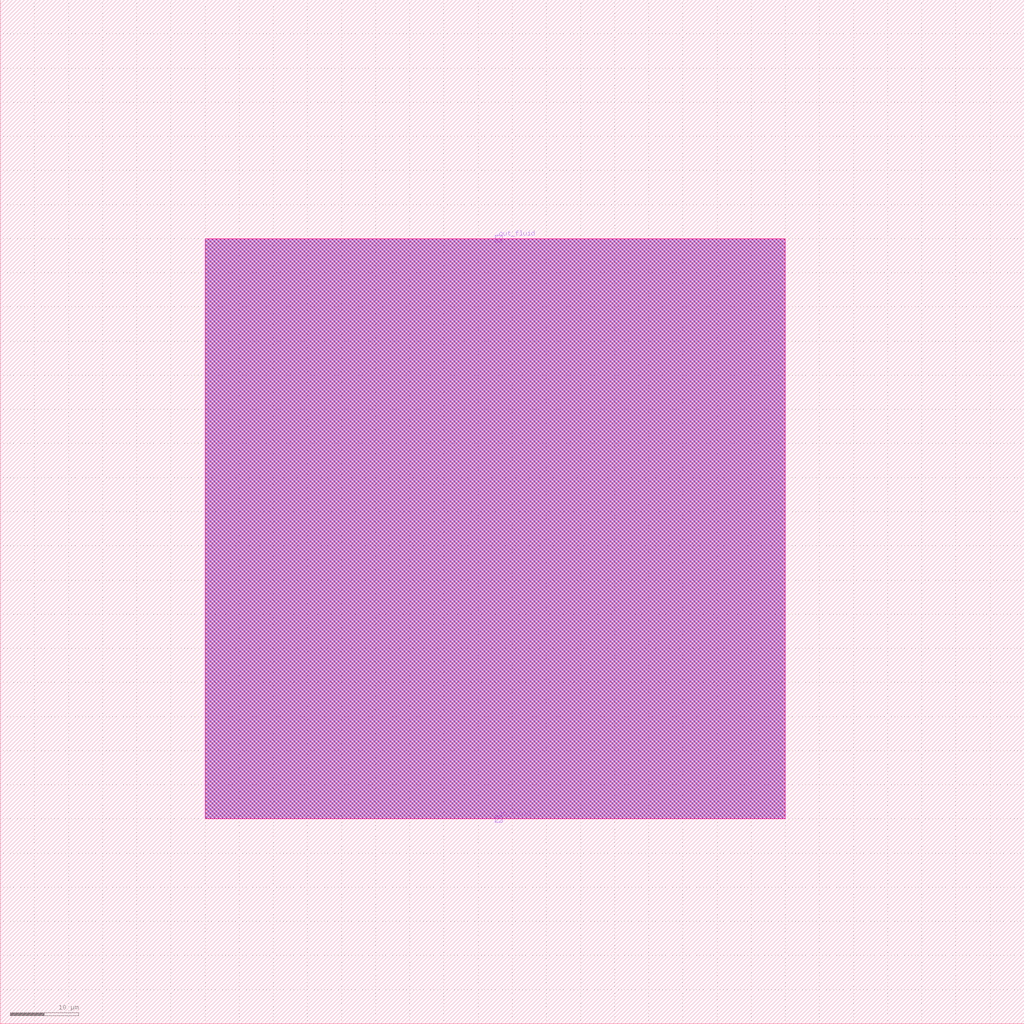
<source format=lef>

MACRO bidirectional_res_400ul
  CLASS CORE ;
  ORIGIN  0 0 ;
  FOREIGN bidirectional_res_400ul 0 0 ;
  SIZE 150 BY 150 ;
  SYMMETRY X Y ;
  SITE CoreSite ;
  PIN in_fluid
    DIRECTION INPUT ;
    USE SIGNAL ;
    PORT
      LAYER met1 ;
        RECT 72.5 29.5 73.5 30.5 ;
    END
  END in_fluid
  PIN out_fluid
    DIRECTION OUTPUT ;
    USE SIGNAL ;
    PORT
      LAYER met1 ;
        RECT 72.5 114.5 73.5 115.5 ;
    END
  END out_fluid
  OBS
    LAYER met1 ;
      RECT 30 30 115 115 ;
    LAYER met2 ;
      RECT 30 30 115 115 ;
    LAYER met3 ;
      RECT 30 30 115 115 ;
    LAYER met4 ;
      RECT 30 30 115 115 ;
    LAYER met5 ;
      RECT 30 30 115 115 ;
    LAYER met6 ;
      RECT 30 30 115 115 ;
  END
  PROPERTY CatenaDesignType "deviceLevel" ;
END bidirectional_res_400ul

</source>
